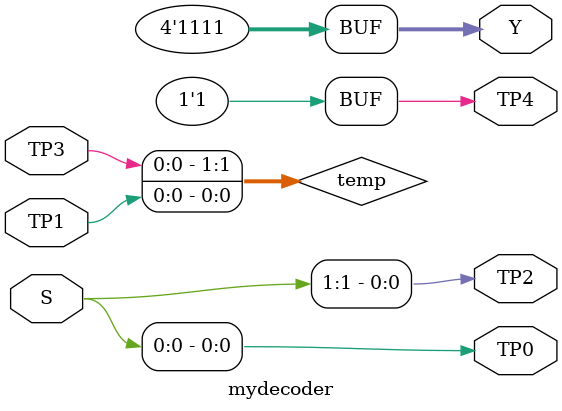
<source format=v>

module mydecoder( S, TP0, TP1, TP2, TP3, TP4, Y);
    
    input [1:0] S;
    input TP1, TP3;
    output reg [3:0] Y;
    output reg TP0, TP2, TP4;

    reg [1:0] temp;

    always @* 
        begin
        case (temp)
            2'b00: Y = 4'b0111;
            2'b01: Y = 4'b1011;
            2'b10: Y = 4'b1101;
            2'b11: Y = 4'b1110;
            default Y = 4'b1111;
        endcase

        TP0 = S[0];
        TP2 = S[1];
        TP4 = Y[1];
        temp[0] = TP1;
        temp[1] = TP3;
        end
endmodule
</source>
